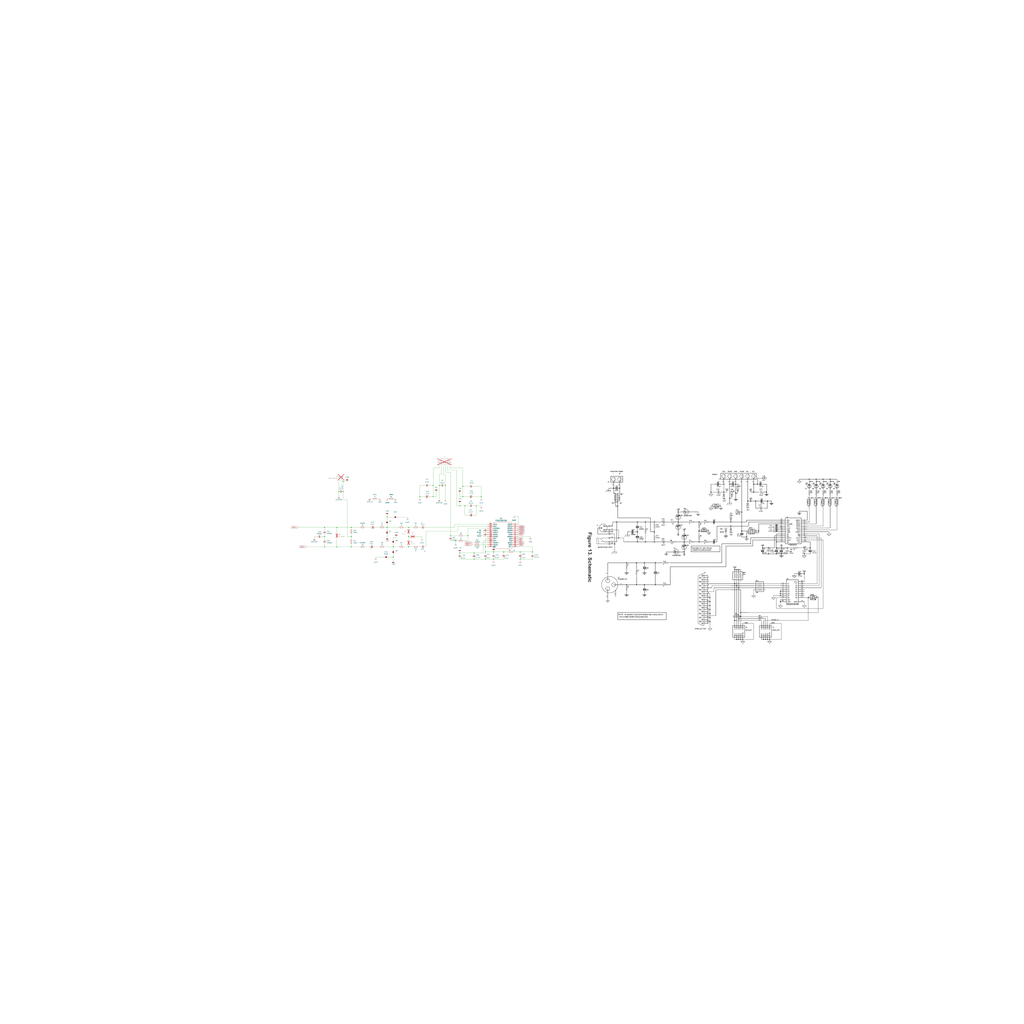
<source format=kicad_sch>
(kicad_sch (version 20250114) (generator "eeschema") (generator_version "9.0")
  (paper "User" 1270 1270)
  (rectangle (start 195.58 1910.08) (end 513.08 2148.84))
  (rectangle (start 720.09 2628.9) (end 939.8 2696.21))
  (rectangle (start 689.61 1811.02) (end 1007.11 2092.96))
  (rectangle (start 250.19 2514.6) (end 525.78 2649.22))
  (rectangle (start 803.275 2535.555) (end 932.815 2602.865))
  (text "I2C TO SPI BRIDGE" (at 764.286 1892.046 0) (effects (font (size 10 10) (thickness 0.4013) (bold yes)) (justify left bottom)))
  (text "w a0 0a 41 # Configure GPIO1 as PDMCLK with drive active high and low\nw a0 0d 02 # Configure GPI1 as input" (at 297.434 2114.55 0) (effects (font (size 1.27 1.27))))
  (text "rotate the mounting points" (at 972.566 2571.75 0) (effects (font (size 10 10) (thickness 0.4013) (bold yes)) (justify left bottom)))
  (text "AUDIO CODEC" (at 303.784 1939.798 0) (effects (font (size 10 10) (thickness 0.4013) (bold yes)) (justify left bottom)))
  (text "MECHANICAL" (at 821.69 2557.78 0) (effects (font (size 10 10) (thickness 0.4013) (bold yes)) (justify left bottom)))
  (text "HAT MOUNTING POINTS" (at 738.505 2651.125 0) (effects (font (size 10 10) (thickness 0.4013) (bold yes)) (justify left bottom)))
  (text "T-DSP AUDIO I/O MODULE" (at 339.598 1686.814 0) (effects (font (size 30 30) (thickness 1.0008) (bold yes)) (justify left bottom)))
  (text "POWER INPUT AND DISTRIBUTION" (at 273.05 2550.414 0) (effects (font (size 10 10) (thickness 0.4013) (bold yes)) (justify left bottom)))
  (junction (at 435.61 665.48))
  (junction (at 645.16 693.42))
  (junction (at 601.98 684.53))
  (junction (at 274.32 2051.05))
  (junction (at 487.68 678.18))
  (junction (at 435.61 678.18))
  (junction (at 323.85 2061.21))
  (junction (at 558.8 664.21))
  (junction (at 274.32 2048.51))
  (junction (at 506.73 678.18))
  (junction (at 612.14 693.42))
  (junction (at 323.85 2030.73))
  (junction (at 552.45 601.98))
  (junction (at 544.83 601.98))
  (junction (at 565.15 670.56))
  (junction (at 612.14 684.53))
  (junction (at 537.21 601.98))
  (junction (at 506.73 665.48))
  (junction (at 537.21 615.95))
  (junction (at 323.85 2043.43))
  (junction (at 323.85 2040.89))
  (junction (at 323.85 2033.27))
  (junction (at 645.16 684.53))
  (junction (at 596.9 615.95))
  (junction (at 435.61 654.05))
  (junction (at 480.06 641.35))
  (junction (at 417.83 654.05))
  (junction (at 601.98 693.42))
  (junction (at 601.98 678.18))
  (junction (at 574.04 615.95))
  (junction (at 660.4 684.53))
  (junction (at 402.59 665.48))
  (junction (at 274.32 2053.59))
  (junction (at 576.58 627.38))
  (junction (at 588.01 685.8))
  (junction (at 274.32 2063.75))
  (junction (at 323.85 2035.81))
  (junction (at 570.23 685.8))
  (junction (at 574.04 603.25))
  (junction (at 487.68 690.88))
  (junction (at 520.7 615.95))
  (junction (at 570.23 627.38))
  (junction (at 323.85 2038.35))
  (junction (at 624.84 684.53))
  (junction (at 274.32 2061.21))
  (junction (at 274.32 2056.13))
  (junction (at 425.45 609.6))
  (junction (at 402.59 678.18))
  (junction (at 506.73 654.05))
  (junction (at 588.01 693.42))
  (junction (at 402.59 654.05))
  (junction (at 274.32 2058.67))
  (junction (at 480.06 654.05))
  (junction (at 323.85 2094.23))
  (junction (at 580.39 664.21))
  (junction (at 590.55 627.38))
  (junction (at 323.85 2028.19))
  (junction (at 417.83 678.18))
  (junction (at 425.45 596.9))
  (junction (at 420.37 609.6))
  (no_connect (at 323.85 2053.59))
  (no_connect (at 323.85 2058.67))
  (no_connect (at 323.85 2048.51))
  (no_connect (at 323.85 2063.75))
  (wire (pts (xy 490.22 618.49) (xy 487.68 618.49)))
  (wire (pts (xy 323.85 2056.13) (xy 356.87 2056.13)))
  (wire (pts (xy 552.45 577.85) (xy 552.45 585.47)))
  (wire (pts (xy 576.58 638.81) (xy 581.66 638.81)))
  (wire (pts (xy 558.8 585.47) (xy 558.8 664.21)))
  (wire (pts (xy 558.8 670.56) (xy 565.15 670.56)))
  (wire (pts (xy 544.83 580.39) (xy 544.83 577.85)))
  (wire (pts (xy 466.09 690.88) (xy 476.25 690.88)))
  (wire (pts (xy 586.74 638.81) (xy 590.55 638.81)))
  (wire (pts (xy 588.01 687.07) (xy 588.01 685.8)))
  (wire (pts (xy 645.16 692.15) (xy 645.16 693.42)))
  (wire (pts (xy 585.47 673.1) (xy 589.28 673.1)))
  (wire (pts (xy 518.16 678.18) (xy 521.97 678.18)))
  (wire (pts (xy 476.25 678.18) (xy 487.68 678.18)))
  (wire (pts (xy 322.58 2061.21) (xy 323.85 2061.21)))
  (wire (pts (xy 389.89 665.48) (xy 393.7 665.48)))
  (wire (pts (xy 323.85 2028.19) (xy 323.85 2030.73)))
  (wire (pts (xy 458.47 618.49) (xy 462.28 618.49)))
  (wire (pts (xy 612.14 683.26) (xy 612.14 684.53)))
  (wire (pts (xy 604.52 655.32) (xy 580.39 655.32)))
  (wire (pts (xy 599.44 685.8) (xy 599.44 670.56)))
  (wire (pts (xy 601.98 684.53) (xy 612.14 684.53)))
  (wire (pts (xy 549.91 588.01) (xy 549.91 577.85)))
  (wire (pts (xy 636.27 684.53) (xy 645.16 684.53)))
  (wire (pts (xy 642.62 650.24) (xy 642.62 640.08)))
  (wire (pts (xy 567.69 659.13) (xy 567.69 652.78)))
  (wire (pts (xy 612.14 684.53) (xy 624.84 684.53)))
  (wire (pts (xy 570.23 687.07) (xy 570.23 685.8)))
  (wire (pts (xy 435.61 674.37) (xy 435.61 678.18)))
  (wire (pts (xy 323.85 2045.97) (xy 340.36 2045.97)))
  (wire (pts (xy 491.49 666.75) (xy 487.68 666.75)))
  (wire (pts (xy 266.7 2091.69) (xy 274.32 2091.69)))
  (wire (pts (xy 586.74 615.95) (xy 596.9 615.95)))
  (wire (pts (xy 425.45 596.9) (xy 430.53 596.9)))
  (wire (pts (xy 480.06 654.05) (xy 480.06 650.24)))
  (wire (pts (xy 402.59 678.18) (xy 417.83 678.18)))
  (wire (pts (xy 594.36 675.64) (xy 604.52 675.64)))
  (wire (pts (xy 570.23 685.8) (xy 588.01 685.8)))
  (wire (pts (xy 323.85 2033.27) (xy 323.85 2035.81)))
  (wire (pts (xy 274.32 2066.29) (xy 274.32 2063.75)))
  (wire (pts (xy 601.98 692.15) (xy 601.98 693.42)))
  (wire (pts (xy 645.16 684.53) (xy 645.16 687.07)))
  (wire (pts (xy 337.82 2049.78) (xy 350.52 2049.78)))
  (wire (pts (xy 487.68 678.18) (xy 487.68 681.99)))
  (wire (pts (xy 323.85 2094.23) (xy 323.85 2091.69)))
  (wire (pts (xy 574.04 615.95) (xy 581.66 615.95)))
  (wire (pts (xy 552.45 601.98) (xy 551.18 601.98)))
  (wire (pts (xy 574.04 603.25) (xy 574.04 580.39)))
  (wire (pts (xy 601.98 678.18) (xy 604.52 678.18)))
  (wire (pts (xy 612.14 695.96) (xy 612.14 693.42)))
  (wire (pts (xy 596.9 618.49) (xy 596.9 615.95)))
  (wire (pts (xy 402.59 665.48) (xy 402.59 669.29)))
  (wire (pts (xy 487.68 687.07) (xy 487.68 690.88)))
  (wire (pts (xy 402.59 654.05) (xy 402.59 657.86)))
  (wire (pts (xy 480.06 641.35) (xy 480.06 645.16)))
  (wire (pts (xy 604.52 650.24) (xy 563.88 650.24)))
  (wire (pts (xy 645.16 693.42) (xy 660.4 693.42)))
  (wire (pts (xy 642.62 665.48) (xy 657.86 665.48)))
  (wire (pts (xy 599.44 670.56) (xy 604.52 670.56)))
  (wire (pts (xy 323.85 2040.89) (xy 323.85 2043.43)))
  (wire (pts (xy 581.66 603.25) (xy 574.04 603.25)))
  (wire (pts (xy 520.7 615.95) (xy 520.7 618.49)))
  (wire (pts (xy 657.86 665.48) (xy 657.86 666.75)))
  (wire (pts (xy 435.61 665.48) (xy 430.53 665.48)))
  (wire (pts (xy 574.04 580.39) (xy 557.53 580.39)))
  (wire (pts (xy 547.37 588.01) (xy 544.83 588.01)))
  (wire (pts (xy 417.83 678.18) (xy 417.83 666.75)))
  (wire (pts (xy 527.05 615.95) (xy 520.7 615.95)))
  (wire (pts (xy 506.73 678.18) (xy 513.08 678.18)))
  (wire (pts (xy 274.32 2061.21) (xy 274.32 2058.67)))
  (wire (pts (xy 491.49 665.48) (xy 491.49 666.75)))
  (wire (pts (xy 506.73 675.64) (xy 506.73 678.18)))
  (wire (pts (xy 506.73 665.48) (xy 506.73 670.56)))
  (wire (pts (xy 520.7 601.98) (xy 520.7 615.95)))
  (wire (pts (xy 580.39 670.56) (xy 574.04 670.56)))
  (wire (pts (xy 599.44 657.86) (xy 599.44 660.4)))
  (wire (pts (xy 471.17 618.49) (xy 467.36 618.49)))
  (wire (pts (xy 612.14 693.42) (xy 624.84 693.42)))
  (wire (pts (xy 417.83 654.05) (xy 435.61 654.05)))
  (wire (pts (xy 544.83 601.98) (xy 544.83 619.76)))
  (wire (pts (xy 660.4 684.53) (xy 660.4 678.18)))
  (wire (pts (xy 596.9 627.38) (xy 596.9 628.65)))
  (wire (pts (xy 554.99 577.85) (xy 554.99 582.93)))
  (wire (pts (xy 596.9 603.25) (xy 596.9 615.95)))
  (wire (pts (xy 576.58 627.38) (xy 570.23 627.38)))
  (wire (pts (xy 274.32 2048.51) (xy 274.32 2045.97)))
  (wire (pts (xy 480.06 654.05) (xy 480.06 657.86)))
  (wire (pts (xy 637.54 640.08) (xy 642.62 640.08)))
  (wire (pts (xy 482.6 618.49) (xy 480.06 618.49)))
  (wire (pts (xy 402.59 665.48) (xy 398.78 665.48)))
  (wire (pts (xy 557.53 577.85) (xy 557.53 580.39)))
  (wire (pts (xy 513.08 654.05) (xy 506.73 654.05)))
  (wire (pts (xy 492.76 641.35) (xy 505.46 641.35)))
  (wire (pts (xy 544.83 580.39) (xy 537.21 580.39)))
  (wire (pts (xy 402.59 662.94) (xy 402.59 665.48)))
  (wire (pts (xy 527.05 678.18) (xy 528.32 678.18)))
  (wire (pts (xy 601.98 693.42) (xy 612.14 693.42)))
  (wire (pts (xy 274.32 2053.59) (xy 274.32 2051.05)))
  (wire (pts (xy 558.8 664.21) (xy 558.8 665.48)))
  (wire (pts (xy 523.24 665.48) (xy 523.24 668.02)))
  (wire (pts (xy 660.4 678.18) (xy 642.62 678.18)))
  (wire (pts (xy 645.16 684.53) (xy 660.4 684.53)))
  (wire (pts (xy 554.99 582.93) (xy 566.42 582.93)))
  (wire (pts (xy 464.82 654.05) (xy 471.17 654.05)))
  (wire (pts (xy 420.37 596.9) (xy 420.37 609.6)))
  (wire (pts (xy 594.36 673.1) (xy 604.52 673.1)))
  (wire (pts (xy 585.47 675.64) (xy 589.28 675.64)))
  (wire (pts (xy 902.97 2578.1) (xy 900.43 2578.1)))
  (wire (pts (xy 323.85 2043.43) (xy 327.66 2043.43)))
  (wire (pts (xy 476.25 654.05) (xy 480.06 654.05)))
  (wire (pts (xy 323.85 2051.05) (xy 337.82 2051.05)))
  (wire (pts (xy 902.97 2574.29) (xy 900.43 2574.29)))
  (wire (pts (xy 495.3 654.05) (xy 480.06 654.05)))
  (wire (pts (xy 323.85 2025.65) (xy 323.85 2028.19)))
  (wire (pts (xy 537.21 601.98) (xy 537.21 615.95)))
  (wire (pts (xy 487.68 690.88) (xy 481.33 690.88)))
  (wire (pts (xy 624.84 684.53) (xy 631.19 684.53)))
  (wire (pts (xy 435.61 665.48) (xy 435.61 669.29)))
  (wire (pts (xy 660.4 687.07) (xy 660.4 684.53)))
  (wire (pts (xy 552.45 601.98) (xy 552.45 619.76)))
  (wire (pts (xy 528.32 659.13) (xy 567.69 659.13)))
  (wire (pts (xy 402.59 674.37) (xy 402.59 678.18)))
  (wire (pts (xy 435.61 661.67) (xy 435.61 665.48)))
  (wire (pts (xy 565.15 670.56) (xy 565.15 674.37)))
  (wire (pts (xy 487.68 666.75) (xy 487.68 669.29)))
  (wire (pts (xy 420.37 615.95) (xy 420.37 609.6)))
  (wire (pts (xy 480.06 641.35) (xy 487.68 641.35)))
  (wire (pts (xy 586.74 603.25) (xy 596.9 603.25)))
  (wire (pts (xy 323.85 2095.5) (xy 323.85 2094.23)))
  (wire (pts (xy 452.12 678.18) (xy 458.47 678.18)))
  (wire (pts (xy 546.1 601.98) (xy 544.83 601.98)))
  (wire (pts (xy 570.23 623.57) (xy 570.23 627.38)))
  (wire (pts (xy 527.05 601.98) (xy 520.7 601.98)))
  (wire (pts (xy 487.68 678.18) (xy 495.3 678.18)))
  (wire (pts (xy 537.21 615.95) (xy 541.02 615.95)))
  (wire (pts (xy 527.05 654.05) (xy 563.88 654.05)))
  (wire (pts (xy 506.73 678.18) (xy 500.38 678.18)))
  (wire (pts (xy 576.58 627.38) (xy 576.58 638.81)))
  (wire (pts (xy 435.61 654.05) (xy 447.04 654.05)))
  (wire (pts (xy 588.01 692.15) (xy 588.01 693.42)))
  (wire (pts (xy 624.84 692.15) (xy 624.84 693.42)))
  (wire (pts (xy 599.44 662.94) (xy 599.44 665.48)))
  (wire (pts (xy 421.64 596.9) (xy 420.37 596.9)))
  (wire (pts (xy 425.45 619.76) (xy 430.53 619.76)))
  (wire (pts (xy 274.32 2063.75) (xy 274.32 2061.21)))
  (wire (pts (xy 480.06 638.81) (xy 480.06 641.35)))
  (wire (pts (xy 537.21 615.95) (xy 532.13 615.95)))
  (wire (pts (xy 599.44 665.48) (xy 604.52 665.48)))
  (wire (pts (xy 588.01 685.8) (xy 599.44 685.8)))
  (wire (pts (xy 463.55 678.18) (xy 471.17 678.18)))
  (wire (pts (xy 601.98 687.07) (xy 601.98 684.53)))
  (wire (pts (xy 505.46 641.35) (xy 505.46 642.62)))
  (wire (pts (xy 624.84 687.07) (xy 624.84 684.53)))
  (wire (pts (xy 567.69 652.78) (xy 604.52 652.78)))
  (wire (pts (xy 425.45 609.6) (xy 425.45 596.9)))
  (wire (pts (xy 430.53 619.76) (xy 430.53 665.48)))
  (wire (pts (xy 570.23 692.15) (xy 570.23 693.42)))
  (wire (pts (xy 902.97 2581.91) (xy 900.43 2581.91)))
  (wire (pts (xy 544.83 588.01) (xy 544.83 601.98)))
  (wire (pts (xy 541.02 615.95) (xy 541.02 609.6)))
  (wire (pts (xy 518.16 654.05) (xy 521.97 654.05)))
  (wire (pts (xy 500.38 654.05) (xy 506.73 654.05)))
  (wire (pts (xy 389.89 668.02) (xy 389.89 665.48)))
  (wire (pts (xy 599.44 660.4) (xy 604.52 660.4)))
  (wire (pts (xy 528.32 678.18) (xy 528.32 659.13)))
  (wire (pts (xy 452.12 654.05) (xy 459.74 654.05)))
  (wire (pts (xy 537.21 580.39) (xy 537.21 601.98)))
  (wire (pts (xy 563.88 650.24) (xy 563.88 654.05)))
  (wire (pts (xy 532.13 601.98) (xy 537.21 601.98)))
  (wire (pts (xy 566.42 627.38) (xy 570.23 627.38)))
  (wire (pts (xy 274.32 2056.13) (xy 274.32 2053.59)))
  (wire (pts (xy 425.45 609.6) (xy 425.45 619.76)))
  (wire (pts (xy 601.98 668.02) (xy 601.98 678.18)))
  (wire (pts (xy 574.04 664.21) (xy 580.39 664.21)))
  (wire (pts (xy 506.73 654.05) (xy 506.73 656.59)))
  (wire (pts (xy 570.23 610.87) (xy 570.23 615.95)))
  (wire (pts (xy 574.04 603.25) (xy 574.04 615.95)))
  (wire (pts (xy 612.14 687.07) (xy 612.14 684.53)))
  (wire (pts (xy 435.61 656.59) (xy 435.61 654.05)))
  (wire (pts (xy 660.4 693.42) (xy 660.4 692.15)))
  (wire (pts (xy 435.61 678.18) (xy 447.04 678.18)))
  (wire (pts (xy 601.98 678.18) (xy 601.98 684.53)))
  (wire (pts (xy 581.66 627.38) (xy 576.58 627.38)))
  (wire (pts (xy 902.97 2585.72) (xy 900.43 2585.72)))
  (wire (pts (xy 580.39 655.32) (xy 580.39 664.21)))
  (wire (pts (xy 274.32 2058.67) (xy 274.32 2056.13)))
  (wire (pts (xy 274.32 2051.05) (xy 274.32 2048.51)))
  (wire (pts (xy 323.85 2030.73) (xy 323.85 2033.27)))
  (wire (pts (xy 580.39 664.21) (xy 580.39 670.56)))
  (wire (pts (xy 552.45 585.47) (xy 558.8 585.47)))
  (wire (pts (xy 604.52 668.02) (xy 601.98 668.02)))
  (wire (pts (xy 487.68 695.96) (xy 487.68 690.88)))
  (wire (pts (xy 552.45 588.01) (xy 549.91 588.01)))
  (wire (pts (xy 417.83 654.05) (xy 417.83 661.67)))
  (wire (pts (xy 570.23 615.95) (xy 574.04 615.95)))
  (wire (pts (xy 466.09 692.15) (xy 466.09 690.88)))
  (wire (pts (xy 506.73 661.67) (xy 506.73 665.48)))
  (wire (pts (xy 417.83 678.18) (xy 435.61 678.18)))
  (wire (pts (xy 570.23 684.53) (xy 570.23 685.8)))
  (wire (pts (xy 612.14 692.15) (xy 612.14 693.42)))
  (wire (pts (xy 487.68 678.18) (xy 487.68 674.37)))
  (wire (pts (xy 552.45 601.98) (xy 552.45 588.01)))
  (wire (pts (xy 323.85 2035.81) (xy 323.85 2038.35)))
  (wire (pts (xy 590.55 638.81) (xy 590.55 627.38)))
  (wire (pts (xy 323.85 2038.35) (xy 323.85 2040.89)))
  (wire (pts (xy 568.96 664.21) (xy 558.8 664.21)))
  (wire (pts (xy 566.42 582.93) (xy 566.42 627.38)))
  (wire (pts (xy 369.57 654.05) (xy 402.59 654.05)))
  (wire (pts (xy 402.59 654.05) (xy 417.83 654.05)))
  (wire (pts (xy 570.23 693.42) (xy 588.01 693.42)))
  (wire (pts (xy 323.85 2061.21) (xy 353.06 2061.21)))
  (wire (pts (xy 590.55 627.38) (xy 586.74 627.38)))
  (wire (pts (xy 565.15 670.56) (xy 568.96 670.56)))
  (wire (pts (xy 379.73 678.18) (xy 402.59 678.18)))
  (wire (pts (xy 506.73 665.48) (xy 509.27 665.48)))
  (wire (pts (xy 514.35 665.48) (xy 523.24 665.48)))
  (wire (pts (xy 425.45 596.9) (xy 424.18 596.9)))
  (wire (pts (xy 480.06 666.75) (xy 480.06 662.94)))
  (wire (pts (xy 547.37 577.85) (xy 547.37 588.01)))
  (wire (pts (xy 337.82 2049.78) (xy 337.82 2051.05)))
  (wire (pts (xy 590.55 627.38) (xy 596.9 627.38)))
  (wire (pts (xy 588.01 693.42) (xy 601.98 693.42)))
  (wire (pts (xy 645.16 693.42) (xy 645.16 695.96)))
  (image (at 877.57 680.72) (scale 1.25099))
  (label "AUDIO_OUTP" (at 331.47 2045.97 0))
  (label "AUDIO_IN2P" (at 331.47 2061.21 0))
  (label "AUDIO_OUT2P" (at 330.2 2051.05 0))
  (label "AUDIO_IN1P" (at 331.47 2056.13 0))
  (global_label "GND" (shape input) (at 902.97 2578.1 0) (property "Intersheetrefs" "${INTERSHEET_REFS}" (effects (hide yes))))
  (global_label "GPO1" (shape input) (at 642.62 652.78 0) (property "Intersheetrefs" "${INTERSHEET_REFS}" (effects (hide yes))))
  (global_label "-12V" (shape input) (at 370.84 2580.64 180) (property "Intersheetrefs" "${INTERSHEET_REFS}" (effects (hide yes))))
  (global_label "MCLK1+TDM1" (shape input) (at 274.32 2043.43 180) (property "Intersheetrefs" "${INTERSHEET_REFS}" (effects (hide yes))))
  (global_label "G" (shape input) (at 383.54 2573.02 0) (property "Intersheetrefs" "${INTERSHEET_REFS}" (effects (hide yes))))
  (global_label "+48V" (shape input) (at 383.54 2583.18 0) (property "Intersheetrefs" "${INTERSHEET_REFS}" (effects (hide yes))))
  (global_label "VOUT-" (shape input) (at 585.47 675.64 180) (property "Intersheetrefs" "${INTERSHEET_REFS}" (effects (hide yes))))
  (global_label "34_RX8_RESET2" (shape input) (at 323.85 2020.57 0) (effects (font (size 1 1))) (property "Intersheetrefs" "${INTERSHEET_REFS}" (effects (hide yes))))
  (global_label "+12V" (shape input) (at 370.84 2575.56 180) (property "Intersheetrefs" "${INTERSHEET_REFS}" (effects (hide yes))))
  (global_label "GPO4" (shape input) (at 642.62 660.4 0) (property "Intersheetrefs" "${INTERSHEET_REFS}" (effects (hide yes))))
  (global_label "35_TX8_RESET" (shape input) (at 274.32 2020.57 180) (effects (font (size 1 1))) (property "Intersheetrefs" "${INTERSHEET_REFS}" (effects (hide yes))))
  (global_label "BCLK1+TDM1" (shape input) (at 274.32 2033.27 180) (property "Intersheetrefs" "${INTERSHEET_REFS}" (effects (hide yes))))
  (global_label "VOUT+" (shape input) (at 585.47 673.1 180) (property "Intersheetrefs" "${INTERSHEET_REFS}" (effects (hide yes))))
  (global_label "-12V" (shape input) (at 370.84 2578.1 180) (property "Intersheetrefs" "${INTERSHEET_REFS}" (effects (hide yes))))
  (global_label "3.3V Teensy" (shape input) (at 323.85 2023.11 0) (property "Intersheetrefs" "${INTERSHEET_REFS}" (effects (hide yes))))
  (global_label "8_IN1" (shape input) (at 274.32 2030.73 180) (property "Intersheetrefs" "${INTERSHEET_REFS}" (effects (hide yes))))
  (global_label "VIN1+" (shape input) (at 369.57 654.05 180) (property "Intersheetrefs" "${INTERSHEET_REFS}" (effects (hide yes))))
  (global_label "GND" (shape input) (at 902.97 2585.72 0) (property "Intersheetrefs" "${INTERSHEET_REFS}" (effects (hide yes))))
  (global_label "VIN1-" (shape input) (at 379.73 678.18 180) (property "Intersheetrefs" "${INTERSHEET_REFS}" (effects (hide yes))))
  (global_label "LRCK1+TDM1" (shape input) (at 274.32 2035.81 180) (property "Intersheetrefs" "${INTERSHEET_REFS}" (effects (hide yes))))
  (global_label "SDI" (shape input) (at 642.62 668.02 0) (property "Intersheetrefs" "${INTERSHEET_REFS}" (effects (hide yes))))
  (global_label "+12V" (shape input) (at 370.84 2573.02 180) (property "Intersheetrefs" "${INTERSHEET_REFS}" (effects (hide yes))))
  (global_label "G" (shape input) (at 383.54 2580.64 0) (property "Intersheetrefs" "${INTERSHEET_REFS}" (effects (hide yes))))
  (global_label "GPO3" (shape input) (at 642.62 657.86 0) (property "Intersheetrefs" "${INTERSHEET_REFS}" (effects (hide yes))))
  (global_label "SDO" (shape input) (at 642.62 675.64 0) (property "Intersheetrefs" "${INTERSHEET_REFS}" (effects (hide yes))))
  (global_label "SCLK" (shape input) (at 642.62 673.1 0) (property "Intersheetrefs" "${INTERSHEET_REFS}" (effects (hide yes))))
  (global_label "5V" (shape input) (at 274.32 2023.11 180) (property "Intersheetrefs" "${INTERSHEET_REFS}" (effects (hide yes))))
  (global_label "7_OUT1A+" (shape input) (at 274.32 2028.19 180) (property "Intersheetrefs" "${INTERSHEET_REFS}" (effects (hide yes))))
  (global_label "G" (shape input) (at 383.54 2578.1 0) (property "Intersheetrefs" "${INTERSHEET_REFS}" (effects (hide yes))))
  (global_label "GND" (shape input) (at 902.97 2574.29 0) (property "Intersheetrefs" "${INTERSHEET_REFS}" (effects (hide yes))))
  (global_label "GND" (shape input) (at 902.97 2581.91 0) (property "Intersheetrefs" "${INTERSHEET_REFS}" (effects (hide yes))))
  (global_label "SCL0" (shape input) (at 274.32 2040.89 180) (property "Intersheetrefs" "${INTERSHEET_REFS}" (effects (hide yes))))
  (global_label "GPO2" (shape input) (at 642.62 655.32 0) (property "Intersheetrefs" "${INTERSHEET_REFS}" (effects (hide yes))))
  (global_label "+48V" (shape input) (at 370.84 2583.18 180) (property "Intersheetrefs" "${INTERSHEET_REFS}" (effects (hide yes))))
  (global_label "G" (shape input) (at 383.54 2575.56 0) (property "Intersheetrefs" "${INTERSHEET_REFS}" (effects (hide yes))))
  (global_label "CS" (shape input) (at 642.62 670.56 0) (property "Intersheetrefs" "${INTERSHEET_REFS}" (effects (hide yes))))
  (global_label "OVR" (shape input) (at 642.62 662.94 0) (property "Intersheetrefs" "${INTERSHEET_REFS}" (effects (hide yes))))
  (global_label "SDA0" (shape input) (at 274.32 2038.35 180) (property "Intersheetrefs" "${INTERSHEET_REFS}" (effects (hide yes))))
  (symbol (lib_id "Device:R_Small") (at 515.62 654.05 90) (unit 1)
    (property "Reference" "R14" (at 515.62 648.97 90) (effects (font (size 1.016 1.016))))
    (property "Value" "0" (at 515.62 651.51 90))
    (property "Footprint" "project_fp:R_0805_2012Metric_Pad1.20x1.40mm_HandSolder" (effects (hide yes)))
    (property "Description" "0 ohm Jumper" (effects (hide yes)))
  )
  (symbol (lib_id "kikit:Tab") (at 840.74 2510.79 0) (unit 1) (in_bom no)
    (property "Reference" "T108" (at 847.09 2508.8849 0) (effects (justify left)))
    (property "Value" "Tab" (at 847.09 2511.4249 0) (effects (justify left)))
    (property "Footprint" "kikit:Tab" (effects (hide yes)))
    (property "Description" "KiKit tab annotations" (effects (hide yes)))
  )
  (symbol (lib_id "Device:R_Small") (at 571.5 664.21 90) (unit 1)
    (property "Reference" "J3" (at 571.5 660.654 90) (effects (font (size 1.016 1.016))))
    (property "Value" "0" (at 571.5 662.432 90))
    (property "Footprint" "project_fp:R_0805_2012Metric_Pad1.20x1.40mm_HandSolder" (effects (hide yes)))
    (property "Description" "0 ohm Jumper" (effects (hide yes)))
  )
  (symbol (lib_id "power:Earth") (at 552.45 619.76 0) (unit 1)
    (property "Reference" "#PWR023" (effects (hide yes)))
    (property "Value" "Earth" (at 552.45 624.84 0))
    (property "Description" "Power symbol creates a global label with name \"Earth\"" (effects (hide yes)))
  )
  (symbol (lib_id "Device:C_Small") (at 612.14 689.61 180) (unit 1)
    (property "Reference" "C12" (at 614.68 688.3335 0) (effects (justify right)))
    (property "Value" "0.1uF" (at 613.918 691.388 0) (effects (justify right)))
    (property "Footprint" "Capacitor_SMD:C_0805_2012Metric_Pad1.18x1.45mm_HandSolder" (effects (hide yes)))
    (property "Datasheet" "C2012X7R2A104KT" (effects (hide yes)))
    (property "Description" "100V Ceramic Chip Capacitor,  ±10%, X7R" (effects (hide yes)))
  )
  (symbol (lib_id "power:Earth") (at 505.46 642.62 0) (unit 1)
    (property "Reference" "#PWR017" (effects (hide yes)))
    (property "Value" "Earth" (at 505.46 647.7 0))
    (property "Description" "Power symbol creates a global label with name \"Earth\"" (effects (hide yes)))
  )
  (symbol (lib_id "power:GNDD") (at 480.06 638.81 180) (unit 1)
    (property "Reference" "#PWR016" (effects (hide yes)))
    (property "Value" "+5VA" (at 480.06 633.73 0))
    (property "Description" "Power symbol creates a global label with name \"GNDD\" , digital ground" (effects (hide yes)))
  )
  (symbol (lib_id "power:Earth") (at 523.24 668.02 0) (unit 1)
    (property "Reference" "#PWR018" (effects (hide yes)))
    (property "Value" "Earth" (at 523.24 673.1 0))
    (property "Description" "Power symbol creates a global label with name \"Earth\"" (effects (hide yes)))
  )
  (symbol (lib_id "Device:R_Small") (at 571.5 670.56 90) (unit 1)
    (property "Reference" "J4" (at 571.5 667.004 90) (effects (font (size 1.016 1.016))))
    (property "Value" "0" (at 571.5 668.782 90))
    (property "Footprint" "project_fp:R_0805_2012Metric_Pad1.20x1.40mm_HandSolder" (effects (hide yes)))
    (property "Description" "0 ohm Jumper" (effects (hide yes)))
  )
  (symbol (lib_id "Device:R") (at 896.62 2581.91 270) (unit 1)
    (property "Reference" "J97" (effects (hide yes)))
    (property "Value" "0 ohm" (effects (hide yes)))
    (property "Footprint" "project_fp:R_0805_2012Metric_Pad1.20x1.40mm_HandSolder" (effects (hide yes)))
    (property "Description" "0 ohm Jumper" (effects (hide yes)))
    (property "Package / Case" "R0805" (effects (hide yes)))
    (property "LCSC" "C17477" (effects (hide yes)))
    (property "LCSC TYPE" "SMD" (effects (hide yes)))
  )
  (symbol (lib_id "Device:R_Small") (at 497.84 678.18 90) (unit 1)
    (property "Reference" "R11" (at 497.84 673.1 90) (effects (font (size 1.016 1.016))))
    (property "Value" "0" (at 497.84 675.64 90))
    (property "Footprint" "project_fp:R_0805_2012Metric_Pad1.20x1.40mm_HandSolder" (effects (hide yes)))
    (property "Description" "0 ohm Jumper" (effects (hide yes)))
  )
  (symbol (lib_id "Device:C_Polarized_Small") (at 645.16 689.61 180) (unit 1)
    (property "Reference" "C18" (at 646.938 687.324 0) (effects (justify right)))
    (property "Value" "4.7uF" (at 646.176 691.642 0) (effects (justify right)))
    (property "Footprint" "Capacitor_SMD:C_1206_3216Metric_Pad1.33x1.80mm_HandSolder" (effects (hide yes)))
    (property "Datasheet" "T494A475M025AT" (effects (hide yes)))
    (property "Description" "25V Low ESR Tantalum Chip Capacitor, ±10%" (effects (hide yes)))
  )
  (symbol (lib_id "kikit:Tab") (at 885.19 2510.79 0) (unit 1) (in_bom no)
    (property "Reference" "T110" (at 891.54 2508.8849 0) (effects (justify left)))
    (property "Value" "Tab" (at 891.54 2511.4249 0) (effects (justify left)))
    (property "Footprint" "kikit:Tab" (effects (hide yes)))
    (property "Description" "KiKit tab annotations" (effects (hide yes)))
  )
  (symbol (lib_id "Device:C_Polarized_Small") (at 529.59 615.95 270) (unit 1)
    (property "Reference" "C15" (at 530.1361 609.6 90))
    (property "Value" "47uF" (at 530.1361 612.14 90))
    (property "Footprint" "Capacitor_SMD:C_1206_3216Metric_Pad1.33x1.80mm_HandSolder" (effects (hide yes)))
    (property "Datasheet" "T494A475M025AT" (effects (hide yes)))
    (property "Description" "25V Low ESR Tantalum Chip Capacitor, ±10%" (effects (hide yes)))
  )
  (symbol (lib_id "Device:C_Small") (at 529.59 601.98 270) (unit 1)
    (property "Reference" "C2" (at 530.86 594.614 90) (effects (justify right)))
    (property "Value" "0.1uF" (at 532.638 597.662 90) (effects (justify right)))
    (property "Footprint" "Capacitor_SMD:C_0805_2012Metric_Pad1.18x1.45mm_HandSolder" (effects (hide yes)))
    (property "Datasheet" "C2012X7R2A104KT" (effects (hide yes)))
    (property "Description" "100V Ceramic Chip Capacitor,  ±10%, X7R" (effects (hide yes)))
  )
  (symbol (lib_id "PGA2505IDB:PGA2505IDB") (at 642.62 650.24 0) (mirror y) (unit 1)
    (property "Reference" "U1" (at 621.538 642.874 0) (effects (font (size 1.524 1.524))))
    (property "Value" "PGA2505IDB" (at 621.538 645.668 0) (effects (font (size 1.524 1.524))))
    (property "Footprint" "DB24" (effects (hide yes)))
    (property "Datasheet" "https://www.ti.com/lit/gpn/pga2505" (effects (hide yes)))
    (property "Description" "Digitally Controlled Microphone Preamplifier" (effects (hide yes)))
  )
  (symbol (lib_id "power:GNDD") (at 612.14 683.26 180) (unit 1)
    (property "Reference" "#PWR02" (effects (hide yes)))
    (property "Value" "-VA" (at 612.14 678.18 0))
    (property "Description" "Power symbol creates a global label with name \"GNDD\" , digital ground" (effects (hide yes)))
  )
  (symbol (lib_id "XLRM_NC3MAH:XLRM_NC3MAH") (at 676.91 2522.22 0) (unit 1)
    (property "Reference" "J1" (at 676.91 2512.06 0))
    (property "Value" "XLRM_NC3MAH" (at 676.91 2514.6 0))
    (property "Footprint" "project_fp:XLRM_NC3MAH" (effects (hide yes)))
  )
  (symbol (lib_id "power:GND") (at 520.7 618.49 0) (unit 1)
    (property "Reference" "#PWR020" (effects (hide yes)))
    (property "Value" "GND" (at 520.7 623.57 0))
    (property "Description" "Power symbol creates a global label with name \"GND\" , ground" (effects (hide yes)))
  )
  (symbol (lib_id "Device:C_Small") (at 548.64 601.98 270) (unit 1)
    (property "Reference" "C3" (at 549.91 595.884 90) (effects (justify right)))
    (property "Value" "0.1uF" (at 551.434 598.678 90) (effects (justify right)))
    (property "Footprint" "Capacitor_SMD:C_0805_2012Metric_Pad1.18x1.45mm_HandSolder" (effects (hide yes)))
    (property "Datasheet" "C2012X7R2A104KT" (effects (hide yes)))
    (property "Description" "100V Ceramic Chip Capacitor,  ±10%, X7R" (effects (hide yes)))
  )
  (symbol (lib_id "Mechanical:MountingHole_Pad") (at 744.22 2673.35 0) (unit 1) (in_bom no) (on_board no)
    (property "Reference" "H1" (at 746.76 2670.8099 0) (effects (justify left)))
    (property "Value" "MountingHole_Pad" (at 746.76 2673.3499 0) (effects (justify left)))
    (property "Footprint" "MountingHole:MountingHole_3.2mm_M3_DIN965_Pad" (effects (hide yes)))
    (property "Description" "Mounting Hole with connection" (effects (hide yes)))
  )
  (symbol (lib_id "power:GNDD") (at 491.49 665.48 180) (unit 1)
    (property "Reference" "#PWR01" (effects (hide yes)))
    (property "Value" "+5VA" (at 491.49 660.4 0))
    (property "Description" "Power symbol creates a global label with name \"GNDD\" , digital ground" (effects (hide yes)))
  )
  (symbol (lib_id "power:GND") (at 490.22 618.49 0) (unit 1)
    (property "Reference" "#PWR031" (effects (hide yes)))
    (property "Value" "GND" (at 490.474 623.062 0))
    (property "Description" "Power symbol creates a global label with name \"GND\" , ground" (effects (hide yes)))
  )
  (symbol (lib_id "kikit:Tab") (at 861.06 2512.06 0) (unit 1) (in_bom no)
    (property "Reference" "T109" (at 867.41 2510.1549 0) (effects (justify left)))
    (property "Value" "Tab" (at 867.41 2512.6949 0) (effects (justify left)))
    (property "Footprint" "kikit:Tab" (effects (hide yes)))
    (property "Description" "KiKit tab annotations" (effects (hide yes)))
  )
  (symbol (lib_id "power:GNDD") (at 480.06 666.75 0) (unit 1)
    (property "Reference" "#PWR015" (effects (hide yes)))
    (property "Value" "-5VA" (at 480.06 670.56 0))
    (property "Description" "Power symbol creates a global label with name \"GNDD\" , digital ground" (effects (hide yes)))
  )
  (symbol (lib_id "Device:C_Small") (at 396.24 665.48 270) (unit 1)
    (property "Reference" "C10" (at 394.462 659.638 90) (effects (justify left)))
    (property "Value" "1000pf" (at 392.684 661.924 90) (effects (justify left)))
    (property "Footprint" "Capacitor_SMD:C_0805_2012Metric_Pad1.18x1.45mm_HandSolder" (effects (hide yes)))
    (property "Datasheet" "C2012C0G1H102JT" (effects (hide yes)))
    (property "Description" "50V Ceramic Chip Capacitor, ± 5%,NPO" (effects (hide yes)))
  )
  (symbol (lib_id "power:GNDD") (at 570.23 623.57 180) (unit 1)
    (property "Reference" "#PWR024" (effects (hide yes)))
    (property "Value" "+VA" (at 570.23 618.49 0))
    (property "Description" "Power symbol creates a global label with name \"GNDD\" , digital ground" (effects (hide yes)))
  )
  (symbol (lib_id "power:GNDPWR") (at 389.89 668.02 0) (unit 1)
    (property "Reference" "#PWR08" (effects (hide yes)))
    (property "Value" "GNDPWR" (at 389.763 671.83 0))
    (property "Description" "Power symbol creates a global label with name \"GNDPWR\" , global ground" (effects (hide yes)))
  )
  (symbol (lib_id "global_lib:TAC5212_breakout") (at 298.45 2061.21 0) (unit 1) (in_bom no) (dnp yes)
    (property "Reference" "board_outline1" (at 299.085 2014.22 0) (effects (font (size 1 1))))
    (property "Value" "TAC5212 Module" (at 299.085 2016.76 0) (effects (font (size 0.8 0.8))))
    (property "Footprint" "project_fp:audio_module_board_outline_50x34.5_d1_mod" (effects (hide yes)))
    (property "Description" "Generic connector, double row, 02x33, odd/even pin numbering scheme (row 1 odd numbers, row 2 even numbers), script generated (kicad-library-utils/schlib/autogen/connector/)" (effects (hide yes)))
    (property "Package / Case" "board" (effects (hide yes)))
    (property "LCSC TYPE" "PCB" (effects (hide yes)))
  )
  (symbol (lib_id "power:Earth") (at 612.14 695.96 0) (unit 1)
    (property "Reference" "#PWR03" (effects (hide yes)))
    (property "Value" "Earth" (at 612.14 701.04 0))
    (property "Description" "Power symbol creates a global label with name \"Earth\"" (effects (hide yes)))
  )
  (symbol (lib_id "Connector_Generic:Conn_01x06") (at 549.91 572.77 90) (unit 1) (in_bom no) (dnp yes)
    (property "Reference" "J7" (at 551.18 566.42 90))
    (property "Value" "Conn_01x06" (at 551.18 568.96 90))
    (property "Description" "Generic connector, single row, 01x06, script generated (kicad-library-utils/schlib/autogen/connector/)" (effects (hide yes)))
  )
  (symbol (lib_id "Device:R_Small") (at 506.73 659.13 180) (unit 1) (in_bom no) (dnp yes)
    (property "Reference" "R5" (at 501.396 659.13 0) (effects (font (size 1.016 1.016)) (justify right)))
    (property "Value" "N/C" (at 498.602 662.178 0) (effects (justify right)))
    (property "Footprint" "project_fp:R_0805_2012Metric_Pad1.20x1.40mm_HandSolder" (effects (hide yes)))
    (property "Description" "Resistor, small symbol" (effects (hide yes)))
  )
  (symbol (lib_id "Device:C_Small") (at 601.98 657.86 90) (unit 1)
    (property "Reference" "C6" (at 595.122 657.86 90))
    (property "Value" "0.1uF" (at 594.36 660.146 90))
    (property "Footprint" "Capacitor_SMD:C_0805_2012Metric_Pad1.18x1.45mm_HandSolder" (effects (hide yes)))
    (property "Datasheet" "C2012X7R2A104KT" (effects (hide yes)))
    (property "Description" "100V Ceramic Chip Capacitor,  ±10%, X7R" (effects (hide yes)))
  )
  (symbol (lib_id "power:Earth") (at 466.09 692.15 0) (unit 1)
    (property "Reference" "#PWR07" (effects (hide yes)))
    (property "Value" "Earth" (at 466.09 697.23 0))
    (property "Description" "Power symbol creates a global label with name \"Earth\"" (effects (hide yes)))
  )
  (symbol (lib_id "Device:R_Small") (at 485.14 618.49 90) (unit 1)
    (property "Reference" "JMP10" (at 485.14 613.41 90) (effects (font (size 1.016 1.016))))
    (property "Value" "0" (at 485.14 615.95 90))
    (property "Footprint" "project_fp:R_0805_2012Metric_Pad1.20x1.40mm_HandSolder" (effects (hide yes)))
    (property "Description" "0 ohm Jumper" (effects (hide yes)))
  )
  (symbol (lib_id "kikit:Tab") (at 909.32 2510.79 0) (unit 1) (in_bom no)
    (property "Reference" "T111" (at 915.67 2508.8849 0) (effects (justify left)))
    (property "Value" "Tab" (at 915.67 2511.4249 0) (effects (justify left)))
    (property "Footprint" "kikit:Tab" (effects (hide yes)))
    (property "Description" "KiKit tab annotations" (effects (hide yes)))
  )
  (symbol (lib_id "Device:D_Small_Filled") (at 480.06 647.7 270) (unit 1)
    (property "Reference" "D6" (at 482.6 646.4299 90) (effects (justify left)))
    (property "Value" "~" (at 482.6 648.9699 90) (effects (justify left)))
    (property "Footprint" "Diode_SMD:D_SMA_Handsoldering" (effects (hide yes)))
    (property "Description" "Schottky Power Rectifier Diode, SMT" (effects (hide yes)))
    (property "Sim.Device" "D" (effects (hide yes)))
    (property "Sim.Pins" "1=K 2=A" (effects (hide yes)))
  )
  (symbol (lib_id "Connector_Generic:Conn_02x05_Odd_Even") (at 375.92 2578.1 0) (unit 1) (in_bom no) (dnp yes)
    (property "Reference" "J5" (at 377.19 2566.67 0))
    (property "Value" "Conn_02x05_Odd_Even" (at 377.19 2569.21 0))
    (property "Footprint" "Connector_IDC:IDC-Header_2x05_P2.54mm_Vertical" (effects (hide yes)))
    (property "Description" "Generic connector, double row, 02x05, odd/even pin numbering scheme (row 1 odd numbers, row 2 even numbers), script generated (kicad-library-utils/schlib/autogen/connector/)" (effects (hide yes)))
  )
  (symbol (lib_id "power:GNDD") (at 487.68 695.96 0) (unit 1)
    (property "Reference" "#PWR014" (effects (hide yes)))
    (property "Value" "-5VA" (at 487.68 699.77 0))
    (property "Description" "Power symbol creates a global label with name \"GNDD\" , digital ground" (effects (hide yes)))
  )
  (symbol (lib_id "TEENSY_4.0_PCM5242-rescue:GND-power") (at 323.85 2095.5 0) (unit 1)
    (property "Reference" "#PWR011" (effects (hide yes)))
    (property "Value" "GND" (at 320.04 2101.85 0))
  )
  (symbol (lib_id "power:GNDPWR") (at 420.37 615.95 0) (unit 1)
    (property "Reference" "#PWR030" (effects (hide yes)))
    (property "Value" "GNDPWR" (at 420.243 619.76 0))
    (property "Description" "Power symbol creates a global label with name \"GNDPWR\" , global ground" (effects (hide yes)))
  )
  (symbol (lib_id "project_lil_2:audio_project_board") (at 828.04 2580.64 0) (unit 1) (in_bom no) (dnp yes)
    (property "Reference" "board_outline3" (at 828.04 2570.226 0))
    (property "Value" "board_outline" (at 828.04 2572.766 0))
    (property "Footprint" "project_fp:audio_project_board_outline_100x70" (at 828.04 2575.306 0))
    (property "Digikey" "-" (effects (hide yes)))
    (property "Manufacturer" "-" (effects (hide yes)))
    (property "Manufacturer_Part_Number" "~BOARD" (effects (hide yes)))
    (property "Package / Case" "board" (effects (hide yes)))
    (property "LCSC TYPE" "PCB" (effects (hide yes)))
  )
  (symbol (lib_id "Device:C_Small") (at 601.98 689.61 180) (unit 1)
    (property "Reference" "C11" (at 603.504 687.578 0) (effects (justify right)))
    (property "Value" "0.1uF" (at 602.488 691.642 0) (effects (justify right)))
    (property "Footprint" "Capacitor_SMD:C_0805_2012Metric_Pad1.18x1.45mm_HandSolder" (effects (hide yes)))
    (property "Datasheet" "C2012X7R2A104KT" (effects (hide yes)))
    (property "Description" "100V Ceramic Chip Capacitor,  ±10%, X7R" (effects (hide yes)))
  )
  (symbol (lib_id "Device:C_Small") (at 584.2 603.25 270) (unit 1)
    (property "Reference" "C4" (at 586.486 596.392 90) (effects (justify right)))
    (property "Value" "0.1uF" (at 588.0035 598.932 90) (effects (justify right)))
    (property "Footprint" "Capacitor_SMD:C_0805_2012Metric_Pad1.18x1.45mm_HandSolder" (effects (hide yes)))
    (property "Datasheet" "C2012X7R2A104KT" (effects (hide yes)))
    (property "Description" "100V Ceramic Chip Capacitor,  ±10%, X7R" (effects (hide yes)))
  )
  (symbol (lib_id "Device:D_Small_Filled") (at 480.06 660.4 270) (unit 1)
    (property "Reference" "D7" (at 482.6 659.1299 90) (effects (justify left)))
    (property "Value" "~" (at 482.6 661.6699 90) (effects (justify left)))
    (property "Footprint" "Diode_SMD:D_SMA_Handsoldering" (effects (hide yes)))
    (property "Description" "Schottky Power Rectifier Diode, SMT" (effects (hide yes)))
    (property "Sim.Device" "D" (effects (hide yes)))
    (property "Sim.Pins" "1=K 2=A" (effects (hide yes)))
  )
  (symbol (lib_id "TEENSY_4.0_PCM5242-rescue:GND-power") (at 274.32 2066.29 0) (unit 1)
    (property "Reference" "#PWR010" (effects (hide yes)))
    (property "Value" "GND" (at 270.51 2072.64 0))
  )
  (symbol (lib_id "Device:R_Small") (at 506.73 673.1 180) (unit 1) (in_bom no) (dnp yes)
    (property "Reference" "R6" (at 509.27 671.8299 0) (effects (font (size 1.016 1.016)) (justify right)))
    (property "Value" "N/C" (at 509.27 674.3699 0) (effects (justify right)))
    (property "Footprint" "project_fp:R_0805_2012Metric_Pad1.20x1.40mm_HandSolder" (effects (hide yes)))
    (property "Description" "Resistor, small symbol" (effects (hide yes)))
  )
  (symbol (lib_id "TEENSY_4.0_PCM5242-rescue:GND-power") (at 266.7 2091.69 0) (unit 1)
    (property "Reference" "#PWR09" (effects (hide yes)))
    (property "Value" "GND" (at 262.89 2098.04 0))
  )
  (symbol (lib_id "Device:D_Small_Filled") (at 478.79 690.88 0) (unit 1)
    (property "Reference" "D11" (at 478.79 684.53 0))
    (property "Value" "S1DB" (at 478.79 687.07 0))
    (property "Footprint" "Diode_SMD:D_SMA_Handsoldering" (effects (hide yes)))
    (property "Datasheet" "BZX85C5V6" (effects (hide yes)))
    (property "Description" "DIODE ZENER 1W 5.6V 5% DO-41" (effects (hide yes)))
    (property "Sim.Device" "D" (effects (hide yes)))
    (property "Sim.Pins" "1=K 2=A" (effects (hide yes)))
  )
  (symbol (lib_id "Device:C_Small") (at 558.8 668.02 180) (unit 1)
    (property "Reference" "C8" (at 561.34 666.7435 0) (effects (justify right)))
    (property "Value" "0.1uF" (at 561.34 669.2835 0) (effects (justify right)))
    (property "Footprint" "Capacitor_SMD:C_0805_2012Metric_Pad1.18x1.45mm_HandSolder" (effects (hide yes)))
    (property "Datasheet" "C2012X7R2A104KT" (effects (hide yes)))
    (property "Description" "100V Ceramic Chip Capacitor,  ±10%, X7R" (effects (hide yes)))
  )
  (symbol (lib_id "Mechanical:MountingHole_Pad") (at 867.41 2674.62 0) (unit 1) (in_bom no) (on_board no)
    (property "Reference" "H4" (at 869.95 2672.0799 0) (effects (justify left)))
    (property "Value" "MountingHole_Pad" (at 869.95 2674.6199 0) (effects (justify left)))
    (property "Footprint" "MountingHole:MountingHole_3.2mm_M3_DIN965_Pad" (effects (hide yes)))
    (property "Description" "Mounting Hole with connection" (effects (hide yes)))
  )
  (symbol (lib_id "Device:C_Polarized_Small") (at 588.01 689.61 0) (unit 1)
    (property "Reference" "C26" (at 590.55 688.34 0) (effects (justify left)))
    (property "Value" "4.7uF" (at 590.55 691.388 0) (effects (justify left)))
    (property "Footprint" "Capacitor_SMD:C_1206_3216Metric_Pad1.33x1.80mm_HandSolder" (effects (hide yes)))
    (property "Datasheet" "T494A475M025AT" (effects (hide yes)))
    (property "Description" "25V Low ESR Tantalum Chip Capacitor, ±10%" (effects (hide yes)))
  )
  (symbol (lib_id "Device:C_Small") (at 660.4 689.61 180) (unit 1)
    (property "Reference" "C13" (at 662.94 688.3335 0) (effects (justify right)))
    (property "Value" "0.1uF" (at 662.94 690.8735 0) (effects (justify right)))
    (property "Footprint" "Capacitor_SMD:C_0805_2012Metric_Pad1.18x1.45mm_HandSolder" (effects (hide yes)))
    (property "Datasheet" "C2012X7R2A104KT" (effects (hide yes)))
    (property "Description" "100V Ceramic Chip Capacitor,  ±10%, X7R" (effects (hide yes)))
  )
  (symbol (lib_id "power:Earth") (at 596.9 628.65 0) (unit 1)
    (property "Reference" "#PWR025" (effects (hide yes)))
    (property "Value" "Earth" (at 596.9 633.73 0))
    (property "Description" "Power symbol creates a global label with name \"Earth\"" (effects (hide yes)))
  )
  (symbol (lib_id "Device:R_Small") (at 464.82 618.49 90) (unit 1)
    (property "Reference" "JMP11" (at 464.82 613.41 90) (effects (font (size 1.016 1.016))))
    (property "Value" "0" (at 464.82 615.95 90))
    (property "Footprint" "project_fp:R_0805_2012Metric_Pad1.20x1.40mm_HandSolder" (effects (hide yes)))
    (property "Description" "0 ohm Jumper" (effects (hide yes)))
  )
  (symbol (lib_id "power:GNDPWR") (at 544.83 619.76 0) (unit 1)
    (property "Reference" "#PWR022" (effects (hide yes)))
    (property "Value" "GNDPWR" (at 544.703 623.57 0))
    (property "Description" "Power symbol creates a global label with name \"GNDPWR\" , global ground" (effects (hide yes)))
  )
  (symbol (lib_id "SC18IS606PWJ:SC18IS606PWJ") (at 824.23 1969.77 0) (unit 1)
    (property "Reference" "U5" (at 824.23 1946.91 0))
    (property "Value" "SC18IS606PWJ" (at 824.23 1949.45 0))
    (property "Footprint" "SC18IS606PWJ:SOP65P640X110-16N" (effects (hide yes)))
    (property "PARTREV" "1.0" (effects (hide yes)))
    (property "SNAPEDA_PN" "SC18IS606PWJ" (effects (hide yes)))
    (property "MANUFACTURER" "NXP" (effects (hide yes)))
    (property "MAXIMUM_PACKAGE_HEIGHT" "1.1mm" (effects (hide yes)))
    (property "STANDARD" "IPC-7351B" (effects (hide yes)))
  )
  (symbol (lib_id "Device:R_Small") (at 591.82 675.64 90) (unit 1)
    (property "Reference" "R13" (at 591.82 679.45 90) (effects (font (size 1.016 1.016))))
    (property "Value" "0 ohm" (at 591.82 677.672 90))
    (property "Footprint" "project_fp:R_0805_2012Metric_Pad1.20x1.40mm_HandSolder" (effects (hide yes)))
    (property "Description" "0 ohm Jumper" (effects (hide yes)))
  )
  (symbol (lib_id "XLRM_NC3MAH:XLRM_NC3MAH") (at 702.31 2519.68 0) (unit 1)
    (property "Reference" "J2" (at 702.31 2509.52 0))
    (property "Value" "XLRM_NC3MAH" (at 702.31 2512.06 0))
    (property "Footprint" "project_fp:XLRM_NC3MAH" (effects (hide yes)))
  )
  (symbol (lib_id "COMBO_XLR_NCJ6FI-H-0:COMBO_NCJ6FA-H") (at 471.17 2053.59 0) (unit 2)
    (property "Reference" "J9" (at 469.9 2043.43 0))
    (property "Value" "COMBO_NCJ6FA-H" (at 469.9 2045.97 0))
    (property "Footprint" "project_fp:COMBO_XLR_NCJ6FI-H" (effects (hide yes)))
  )
  (symbol (lib_id "Device:R_Small") (at 449.58 678.18 90) (unit 1)
    (property "Reference" "R100000" (at 449.58 673.1 90) (effects (font (size 1.016 1.016))))
    (property "Value" "10" (at 449.58 675.64 90))
    (property "Footprint" "project_fp:R_0805_2012Metric_Pad1.20x1.40mm_HandSolder" (effects (hide yes)))
    (property "Datasheet" "CMF5510R000BEEK" (effects (hide yes)))
    (property "Description" "1/4W .1% Metal Film Axial Resistor" (effects (hide yes)))
  )
  (symbol (lib_id "COMBO_XLR_NCJ6FI-H-0:COMBO_NCJ6FA-H") (at 430.53 2056.13 0) (unit 2)
    (property "Reference" "J10" (at 429.26 2045.97 0))
    (property "Value" "COMBO_NCJ6FA-H" (at 429.26 2048.51 0))
    (property "Footprint" "project_fp:COMBO_XLR_NCJ6FI-H" (effects (hide yes)))
  )
  (symbol (lib_id "Device:R_Small") (at 449.58 654.05 90) (unit 1)
    (property "Reference" "R10000" (at 449.58 648.97 90) (effects (font (size 1.016 1.016))))
    (property "Value" "10" (at 449.58 651.51 90))
    (property "Footprint" "project_fp:R_0805_2012Metric_Pad1.20x1.40mm_HandSolder" (effects (hide yes)))
    (property "Datasheet" "CMF5510R000BEEK" (effects (hide yes)))
    (property "Description" "1/4W .1% Metal Film Axial Resistor" (effects (hide yes)))
  )
  (symbol (lib_id "Device:C_Polarized_Small") (at 462.28 654.05 90) (unit 1)
    (property "Reference" "C19" (at 461.7339 647.7 90))
    (property "Value" "47uF" (at 461.7339 650.24 90))
    (property "Footprint" "Capacitor_SMD:CP_Elec_8x10.5" (effects (hide yes)))
    (property "Datasheet" "EEE-FK1J470P" (effects (hide yes)))
    (property "Description" "63V Aluminum Electrolytic Capacitor, ±20%" (effects (hide yes)))
  )
  (symbol (lib_id "power:GNDD") (at 570.23 610.87 180) (unit 1)
    (property "Reference" "#PWR027" (effects (hide yes)))
    (property "Value" "-VA" (at 570.23 605.79 0))
    (property "Description" "Power symbol creates a global label with name \"GNDD\" , digital ground" (effects (hide yes)))
  )
  (symbol (lib_id "TEENSY_4.0_PCM5242-rescue:GND-power") (at 327.66 2043.43 0) (unit 1)
    (property "Reference" "#PWR012" (effects (hide yes)))
    (property "Value" "GND" (at 330.2 2040.382 0))
  )
  (symbol (lib_id "Device:C_Small") (at 570.23 689.61 180) (unit 1)
    (property "Reference" "C9" (at 574.04 688.594 0) (effects (justify right)))
    (property "Value" "0.1uF" (at 571.754 691.896 0) (effects (justify right)))
    (property "Footprint" "Capacitor_SMD:C_0805_2012Metric_Pad1.18x1.45mm_HandSolder" (effects (hide yes)))
    (property "Datasheet" "C2012X7R2A104KT" (effects (hide yes)))
    (property "Description" "100V Ceramic Chip Capacitor,  ±10%, X7R" (effects (hide yes)))
  )
  (symbol (lib_id "Device:R_Small") (at 473.71 654.05 90) (unit 1)
    (property "Reference" "R7" (at 473.71 648.97 90) (effects (font (size 1.016 1.016))))
    (property "Value" "10" (at 473.71 651.51 90))
    (property "Footprint" "project_fp:R_0805_2012Metric_Pad1.20x1.40mm_HandSolder" (effects (hide yes)))
    (property "Datasheet" "CMF5510R000BEEK" (effects (hide yes)))
    (property "Description" "1/4W .1% Metal Film Axial Resistor" (effects (hide yes)))
  )
  (symbol (lib_id "Device:C_Small") (at 601.98 662.94 90) (unit 1)
    (property "Reference" "C7" (at 595.122 662.432 90))
    (property "Value" "0.1uF" (at 594.614 664.718 90))
    (property "Footprint" "Capacitor_SMD:C_0805_2012Metric_Pad1.18x1.45mm_HandSolder" (effects (hide yes)))
    (property "Datasheet" "C2012X7R2A104KT" (effects (hide yes)))
    (property "Description" "100V Ceramic Chip Capacitor,  ±10%, X7R" (effects (hide yes)))
  )
  (symbol (lib_id "power:Earth") (at 637.54 640.08 0) (unit 1)
    (property "Reference" "#PWR05" (effects (hide yes)))
    (property "Value" "Earth" (at 637.54 645.16 0))
    (property "Description" "Power symbol creates a global label with name \"Earth\"" (effects (hide yes)))
  )
  (symbol (lib_id "power:GND") (at 645.16 695.96 0) (unit 1)
    (property "Reference" "#PWR04" (effects (hide yes)))
    (property "Value" "GND" (at 645.16 701.04 0))
    (property "Description" "Power symbol creates a global label with name \"GND\" , ground" (effects (hide yes)))
  )
  (symbol (lib_id "Device:C_Polarized_Small") (at 584.2 615.95 270) (unit 1)
    (property "Reference" "C16" (at 584.4921 609.092 90))
    (property "Value" "4.7uF" (at 584.708 611.632 90))
    (property "Footprint" "Capacitor_SMD:C_1206_3216Metric_Pad1.33x1.80mm_HandSolder" (effects (hide yes)))
    (property "Datasheet" "T494A475M025AT" (effects (hide yes)))
    (property "Description" "25V Low ESR Tantalum Chip Capacitor, ±10%" (effects (hide yes)))
  )
  (symbol (lib_id "Device:C_Small") (at 524.51 678.18 270) (unit 1)
    (property "Reference" "CC2" (at 525.78 680.974 90) (effects (justify right)))
    (property "Value" "0" (at 527.558 683.768 90) (effects (justify right)))
    (property "Footprint" "project_fp:R_0805_2012Metric_Pad1.20x1.40mm_HandSolder" (effects (hide yes)))
    (property "Description" "0 ohm Jumper" (effects (hide yes)))
  )
  (symbol (lib_id "Device:R_Small") (at 435.61 671.83 180) (unit 1)
    (property "Reference" "R17" (at 438.15 670.5599 0) (effects (font (size 1.016 1.016)) (justify right)))
    (property "Value" "6.81k" (at 438.15 673.0999 0) (effects (justify right)))
    (property "Footprint" "project_fp:R_0805_2012Metric_Pad1.20x1.40mm_HandSolder" (effects (hide yes)))
    (property "Datasheet" "CMF556K8100BEEK" (effects (hide yes)))
    (property "Description" "1/4W .1% Metal Film AxiaL Resistor" (effects (hide yes)))
  )
  (symbol (lib_id "Device:C_Polarized_Small") (at 461.01 678.18 90) (unit 1)
    (property "Reference" "C20" (at 460.4639 671.83 90))
    (property "Value" "47uF" (at 460.4639 674.37 90))
    (property "Footprint" "Capacitor_SMD:CP_Elec_8x10.5" (effects (hide yes)))
    (property "Datasheet" "EEE-FK1J470P" (effects (hide yes)))
    (property "Description" "63V Aluminum Electrolytic Capacitor, ±20%" (effects (hide yes)))
  )
  (symbol (lib_id "power:Earth") (at 565.15 674.37 0) (unit 1)
    (property "Reference" "#PWR019" (effects (hide yes)))
    (property "Value" "Earth" (at 565.15 679.45 0))
    (property "Description" "Power symbol creates a global label with name \"Earth\"" (effects (hide yes)))
  )
  (symbol (lib_id "Device:R_Small") (at 511.81 665.48 270) (unit 1) (in_bom no) (dnp yes)
    (property "Reference" "J8" (at 511.81 660.4 90) (effects (font (size 1.016 1.016))))
    (property "Value" "0" (at 511.81 662.94 90))
    (property "Footprint" "project_fp:R_0805_2012Metric_Pad1.20x1.40mm_HandSolder" (effects (hide yes)))
    (property "Description" "0W Jumper, 1/4W Carbon Film, Axial, ±100ppm/°C" (effects (hide yes)))
  )
  (symbol (lib_id "power:Earth") (at 480.06 618.49 0) (unit 1)
    (property "Reference" "#PWR029" (effects (hide yes)))
    (property "Value" "Earth" (at 480.568 623.316 0))
    (property "Description" "Power symbol creates a global label with name \"Earth\"" (effects (hide yes)))
  )
  (symbol (lib_id "power:GND") (at 471.17 618.49 0) (unit 1)
    (property "Reference" "#PWR033" (effects (hide yes)))
    (property "Value" "GND" (at 471.424 622.554 0))
    (property "Description" "Power symbol creates a global label with name \"GND\" , ground" (effects (hide yes)))
  )
  (symbol (lib_id "power:GNDD") (at 541.02 609.6 180) (unit 1)
    (property "Reference" "#PWR021" (effects (hide yes)))
    (property "Value" "VCC" (at 541.02 604.52 0))
    (property "Description" "Power symbol creates a global label with name \"GNDD\" , digital ground" (effects (hide yes)))
  )
  (symbol (lib_id "Mechanical:MountingHole_Pad") (at 824.23 2674.62 0) (unit 1) (in_bom no) (on_board no)
    (property "Reference" "H3" (at 826.77 2672.0799 0) (effects (justify left)))
    (property "Value" "MountingHole_Pad" (at 826.77 2674.6199 0) (effects (justify left)))
    (property "Footprint" "MountingHole:MountingHole_3.2mm_M3_DIN965_Pad" (effects (hide yes)))
    (property "Description" "Mounting Hole with connection" (effects (hide yes)))
  )
  (symbol (lib_id "Connector_Generic:Conn_01x02") (at 424.18 591.82 270) (mirror x) (unit 1) (in_bom no) (dnp yes)
    (property "Reference" "J6" (at 419.1 590.5499 90) (effects (justify right)))
    (property "Value" "Conn_01x02" (at 419.1 593.0899 90) (effects (justify right)))
    (property "Footprint" "Connector_PinHeader_2.54mm:PinHeader_1x02_P2.54mm_Vertical" (effects (hide yes)))
    (property "Description" "Generic connector, single row, 01x02, script generated (kicad-library-utils/schlib/autogen/connector/)" (effects (hide yes)))
  )
  (symbol (lib_id "power:GNDD") (at 570.23 684.53 180) (unit 1)
    (property "Reference" "#PWR013" (effects (hide yes)))
    (property "Value" "+VA" (at 570.23 679.45 0))
    (property "Description" "Power symbol creates a global label with name \"GNDD\" , digital ground" (effects (hide yes)))
  )
  (symbol (lib_id "power:GNDD") (at 430.53 596.9 180) (unit 1)
    (property "Reference" "#PWR028" (effects (hide yes)))
    (property "Value" "+48v" (at 430.53 591.82 0))
    (property "Description" "Power symbol creates a global label with name \"GNDD\" , digital ground" (effects (hide yes)))
  )
  (symbol (lib_id "Device:D_Small_Filled") (at 487.68 684.53 270) (unit 1)
    (property "Reference" "D9" (at 490.22 683.2599 90) (effects (justify left)))
    (property "Value" "~" (at 490.22 685.7999 90) (effects (justify left)))
    (property "Footprint" "Diode_SMD:D_SMA_Handsoldering" (effects (hide yes)))
    (property "Description" "Schottky Power Rectifier Diode, SMT" (effects (hide yes)))
    (property "Sim.Device" "D" (effects (hide yes)))
    (property "Sim.Pins" "1=K 2=A" (effects (hide yes)))
  )
  (symbol (lib_id "Device:C_Small") (at 524.51 654.05 270) (unit 1)
    (property "Reference" "CC1" (at 523.2335 651.51 0) (effects (justify right)))
    (property "Value" "0" (at 525.7735 651.51 0) (effects (justify right)))
    (property "Footprint" "project_fp:R_0805_2012Metric_Pad1.20x1.40mm_HandSolder" (effects (hide yes)))
    (property "Description" "0 ohm Jumper" (effects (hide yes)))
  )
  (symbol (lib_id "Device:R_Small") (at 515.62 678.18 270) (unit 1)
    (property "Reference" "R15" (at 515.874 680.72 90) (effects (font (size 1.016 1.016))))
    (property "Value" "0" (at 515.62 683.006 90))
    (property "Footprint" "project_fp:R_0805_2012Metric_Pad1.20x1.40mm_HandSolder" (effects (hide yes)))
    (property "Description" "0 ohm Jumper" (effects (hide yes)))
  )
  (symbol (lib_id "Device:D_Small_Filled") (at 487.68 671.83 270) (unit 1)
    (property "Reference" "D8" (at 490.22 670.5599 90) (effects (justify left)))
    (property "Value" "~" (at 490.22 673.0999 90) (effects (justify left)))
    (property "Footprint" "Diode_SMD:D_SMA_Handsoldering" (effects (hide yes)))
    (property "Description" "Schottky Power Rectifier Diode, SMT" (effects (hide yes)))
    (property "Sim.Device" "D" (effects (hide yes)))
    (property "Sim.Pins" "1=K 2=A" (effects (hide yes)))
  )
  (symbol (lib_id "COMBO_XLR_NCJ6FI-H-0:COMBO_NCJ6FA-H") (at 420.37 2045.97 0) (unit 1)
    (property "Reference" "J10" (at 420.37 2035.81 0))
    (property "Value" "COMBO_NCJ6FA-H" (at 420.37 2038.35 0))
    (property "Footprint" "project_fp:COMBO_XLR_NCJ6FI-H" (effects (hide yes)))
  )
  (symbol (lib_id "Device:C_Small") (at 584.2 627.38 270) (unit 1)
    (property "Reference" "C5" (at 585.724 621.538 90) (effects (justify right)))
    (property "Value" "0.1uF" (at 586.994 624.078 90) (effects (justify right)))
    (property "Footprint" "Capacitor_SMD:C_0805_2012Metric_Pad1.18x1.45mm_HandSolder" (effects (hide yes)))
    (property "Datasheet" "C2012X7R2A104KT" (effects (hide yes)))
    (property "Description" "100V Ceramic Chip Capacitor,  ±10%, X7R" (effects (hide yes)))
  )
  (symbol (lib_id "power:GNDPWR") (at 458.47 618.49 0) (unit 1)
    (property "Reference" "#PWR032" (effects (hide yes)))
    (property "Value" "SHIELD" (at 458.47 622.3 0))
    (property "Description" "Power symbol creates a global label with name \"GNDPWR\" , global ground" (effects (hide yes)))
  )
  (symbol (lib_id "project_lil_2:audio_project_board") (at 882.65 2576.83 0) (unit 1) (in_bom no) (dnp yes)
    (property "Reference" "board_outline2" (at 882.65 2566.416 0))
    (property "Value" "board_outline" (at 882.65 2568.956 0))
    (property "Footprint" "project_fp:audio_project_board_outline_50x30" (at 882.65 2571.496 0))
    (property "Digikey" "-" (effects (hide yes)))
    (property "Manufacturer" "-" (effects (hide yes)))
    (property "Manufacturer_Part_Number" "~BOARD" (effects (hide yes)))
    (property "Package / Case" "board" (effects (hide yes)))
    (property "LCSC TYPE" "PCB" (effects (hide yes)))
  )
  (symbol (lib_id "Device:R") (at 896.62 2574.29 270) (unit 1)
    (property "Reference" "J99" (at 896.62 2569.0322 90))
    (property "Value" "0 ohm" (at 896.62 2571.3436 90))
    (property "Footprint" "project_fp:R_0805_2012Metric_Pad1.20x1.40mm_HandSolder" (effects (hide yes)))
    (property "Description" "0 ohm Jumper" (effects (hide yes)))
    (property "Package / Case" "R0805" (effects (hide yes)))
    (property "LCSC" "C17477" (effects (hide yes)))
    (property "LCSC TYPE" "SMD" (effects (hide yes)))
  )
  (symbol (lib_id "Device:R_Small") (at 417.83 664.21 180) (unit 1) (in_bom no) (dnp yes)
    (property "Reference" "R4" (at 420.37 662.9399 0) (effects (font (size 1.016 1.016)) (justify right)))
    (property "Value" "R_Small" (at 420.37 665.4799 0) (effects (justify right)))
    (property "Footprint" "project_fp:R_0805_2012Metric_Pad1.20x1.40mm_HandSolder" (effects (hide yes)))
    (property "Description" "Resistor, small symbol" (effects (hide yes)))
  )
  (symbol (lib_id "Device:R") (at 896.62 2585.72 270) (unit 1)
    (property "Reference" "J96" (effects (hide yes)))
    (property "Value" "0 ohm" (effects (hide yes)))
    (property "Footprint" "project_fp:R_0805_2012Metric_Pad1.20x1.40mm_HandSolder" (effects (hide yes)))
    (property "Description" "0 ohm Jumper" (effects (hide yes)))
    (property "Package / Case" "R0805" (effects (hide yes)))
    (property "LCSC" "C17477" (effects (hide yes)))
    (property "LCSC TYPE" "SMD" (effects (hide yes)))
  )
  (symbol (lib_id "COMBO_XLR_NCJ6FI-H-0:COMBO_NCJ6FA-H") (at 461.01 2043.43 0) (unit 1)
    (property "Reference" "J9" (at 461.01 2033.27 0))
    (property "Value" "COMBO_NCJ6FA-H" (at 461.01 2035.81 0))
    (property "Footprint" "project_fp:COMBO_XLR_NCJ6FI-H" (effects (hide yes)))
  )
  (symbol (lib_id "Device:C_Small") (at 422.91 609.6 270) (unit 1)
    (property "Reference" "C1" (at 421.6335 607.06 0) (effects (justify right)))
    (property "Value" "0.1uF" (at 424.1735 607.06 0) (effects (justify right)))
    (property "Footprint" "Capacitor_SMD:C_0805_2012Metric_Pad1.18x1.45mm_HandSolder" (effects (hide yes)))
    (property "Datasheet" "C2012X7R2A104KT" (effects (hide yes)))
    (property "Description" "100V Ceramic Chip Capacitor,  ±10%, X7R" (effects (hide yes)))
  )
  (symbol (lib_id "Device:R_Small") (at 633.73 684.53 90) (unit 1)
    (property "Reference" "R9" (at 631.952 682.498 90) (effects (font (size 1.016 1.016))))
    (property "Value" "10" (at 637.54 682.752 90))
    (property "Footprint" "project_fp:R_0805_2012Metric_Pad1.20x1.40mm_HandSolder" (effects (hide yes)))
    (property "Datasheet" "CMF5510R000BEEK" (effects (hide yes)))
    (property "Description" "1/4W .1% Metal Film Axial Resistor" (effects (hide yes)))
  )
  (symbol (lib_id "Mechanical:MountingHole_Pad") (at 788.67 2673.35 0) (unit 1) (in_bom no) (on_board no)
    (property "Reference" "H2" (at 791.21 2670.8099 0) (effects (justify left)))
    (property "Value" "MountingHole_Pad" (at 791.21 2673.3499 0) (effects (justify left)))
    (property "Footprint" "MountingHole:MountingHole_3.2mm_M3_DIN965_Pad" (effects (hide yes)))
    (property "Description" "Mounting Hole with connection" (effects (hide yes)))
  )
  (symbol (lib_id "Device:R_Small") (at 435.61 659.13 180) (unit 1)
    (property "Reference" "R16" (at 438.15 657.8599 0) (effects (font (size 1.016 1.016)) (justify right)))
    (property "Value" "6.81k" (at 438.15 660.3999 0) (effects (justify right)))
    (property "Footprint" "project_fp:R_0805_2012Metric_Pad1.20x1.40mm_HandSolder" (effects (hide yes)))
    (property "Datasheet" "CMF556K8100BEEK" (effects (hide yes)))
    (property "Description" "1/4W .1% Metal Film AxiaL Resistor" (effects (hide yes)))
  )
  (symbol (lib_id "Device:R_Small") (at 591.82 673.1 90) (unit 1)
    (property "Reference" "R12" (at 591.82 669.544 90) (effects (font (size 1.016 1.016))))
    (property "Value" "0 ohm" (at 592.074 671.322 90))
    (property "Footprint" "project_fp:R_0805_2012Metric_Pad1.20x1.40mm_HandSolder" (effects (hide yes)))
    (property "Description" "0 ohm Jumper" (effects (hide yes)))
  )
  (symbol (lib_id "Device:C_Polarized_Small") (at 584.2 638.81 90) (unit 1)
    (property "Reference" "C17" (at 583.6539 632.46 90))
    (property "Value" "4.7uF" (at 583.6539 635 90))
    (property "Footprint" "Capacitor_SMD:C_1206_3216Metric_Pad1.33x1.80mm_HandSolder" (effects (hide yes)))
    (property "Datasheet" "T494A475M025AT" (effects (hide yes)))
    (property "Description" "25V Low ESR Tantalum Chip Capacitor, ±10%" (effects (hide yes)))
  )
  (symbol (lib_id "Device:R") (at 896.62 2578.1 270) (unit 1)
    (property "Reference" "J98" (effects (hide yes)))
    (property "Value" "0 ohm" (effects (hide yes)))
    (property "Footprint" "project_fp:R_0805_2012Metric_Pad1.20x1.40mm_HandSolder" (effects (hide yes)))
    (property "Description" "0 ohm Jumper" (effects (hide yes)))
    (property "Package / Case" "R0805" (effects (hide yes)))
    (property "LCSC" "C17477" (effects (hide yes)))
    (property "LCSC TYPE" "SMD" (effects (hide yes)))
  )
  (symbol (lib_id "Device:C_Polarized_Small") (at 624.84 689.61 180) (unit 1)
    (property "Reference" "C27" (at 627.38 688.886 0) (effects (justify right)))
    (property "Value" "4.7uF" (at 625.348 692.404 0) (effects (justify right)))
    (property "Footprint" "Capacitor_SMD:C_1206_3216Metric_Pad1.33x1.80mm_HandSolder" (effects (hide yes)))
    (property "Datasheet" "T494A475M025AT" (effects (hide yes)))
    (property "Description" "25V Low ESR Tantalum Chip Capacitor, ±10%" (effects (hide yes)))
  )
  (symbol (lib_id "power:GND") (at 657.86 666.75 0) (unit 1)
    (property "Reference" "#PWR06" (effects (hide yes)))
    (property "Value" "GND" (at 657.86 671.83 0))
    (property "Description" "Power symbol creates a global label with name \"GND\" , ground" (effects (hide yes)))
  )
  (symbol (lib_id "power:Earth") (at 596.9 618.49 0) (unit 1)
    (property "Reference" "#PWR026" (effects (hide yes)))
    (property "Value" "Earth" (at 596.9 623.57 0))
    (property "Description" "Power symbol creates a global label with name \"Earth\"" (effects (hide yes)))
  )
  (symbol (lib_id "Device:R_Small") (at 497.84 654.05 90) (unit 1)
    (property "Reference" "R10" (at 497.84 648.97 90) (effects (font (size 1.016 1.016))))
    (property "Value" "0" (at 497.84 651.51 90))
    (property "Footprint" "project_fp:R_0805_2012Metric_Pad1.20x1.40mm_HandSolder" (effects (hide yes)))
    (property "Description" "0 ohm Jumper" (effects (hide yes)))
  )
  (symbol (lib_id "Device:C_Small") (at 402.59 671.83 180) (unit 1)
    (property "Reference" "C22" (at 405.13 670.5535 0) (effects (justify right)))
    (property "Value" "1000pf" (at 405.13 673.0935 0) (effects (justify right)))
    (property "Footprint" "Capacitor_SMD:C_0805_2012Metric_Pad1.18x1.45mm_HandSolder" (effects (hide yes)))
    (property "Datasheet" "C2012C0G1H102JT" (effects (hide yes)))
    (property "Description" "50V Ceramic Chip Capacitor, ± 5%,NPO" (effects (hide yes)))
  )
  (symbol (lib_id "Device:R_Small") (at 473.71 678.18 90) (unit 1)
    (property "Reference" "R8" (at 473.71 673.1 90) (effects (font (size 1.016 1.016))))
    (property "Value" "10" (at 473.71 675.64 90))
    (property "Footprint" "project_fp:R_0805_2012Metric_Pad1.20x1.40mm_HandSolder" (effects (hide yes)))
    (property "Datasheet" "CMF5510R000BEEK" (effects (hide yes)))
    (property "Description" "1/4W .1% Metal Film Axial Resistor" (effects (hide yes)))
  )
  (symbol (lib_id "Device:C_Small") (at 402.59 660.4 180) (unit 1)
    (property "Reference" "C21" (at 405.13 659.1235 0) (effects (justify right)))
    (property "Value" "1000pf" (at 405.13 661.6635 0) (effects (justify right)))
    (property "Footprint" "Capacitor_SMD:C_0805_2012Metric_Pad1.18x1.45mm_HandSolder" (effects (hide yes)))
    (property "Datasheet" "C2012C0G1H102JT" (effects (hide yes)))
    (property "Description" "50V Ceramic Chip Capacitor, ± 5%,NPO" (effects (hide yes)))
  )
  (symbol (lib_id "Device:D_Small_Filled") (at 490.22 641.35 0) (unit 1)
    (property "Reference" "D10" (at 490.22 635 0))
    (property "Value" "~" (at 490.22 637.54 0))
    (property "Footprint" "Diode_SMD:D_SMA_Handsoldering" (effects (hide yes)))
    (property "Description" "Schottky Power Rectifier Diode, SMT" (effects (hide yes)))
    (property "Sim.Device" "D" (effects (hide yes)))
    (property "Sim.Pins" "1=K 2=A" (effects (hide yes)))
  )
)
</source>
